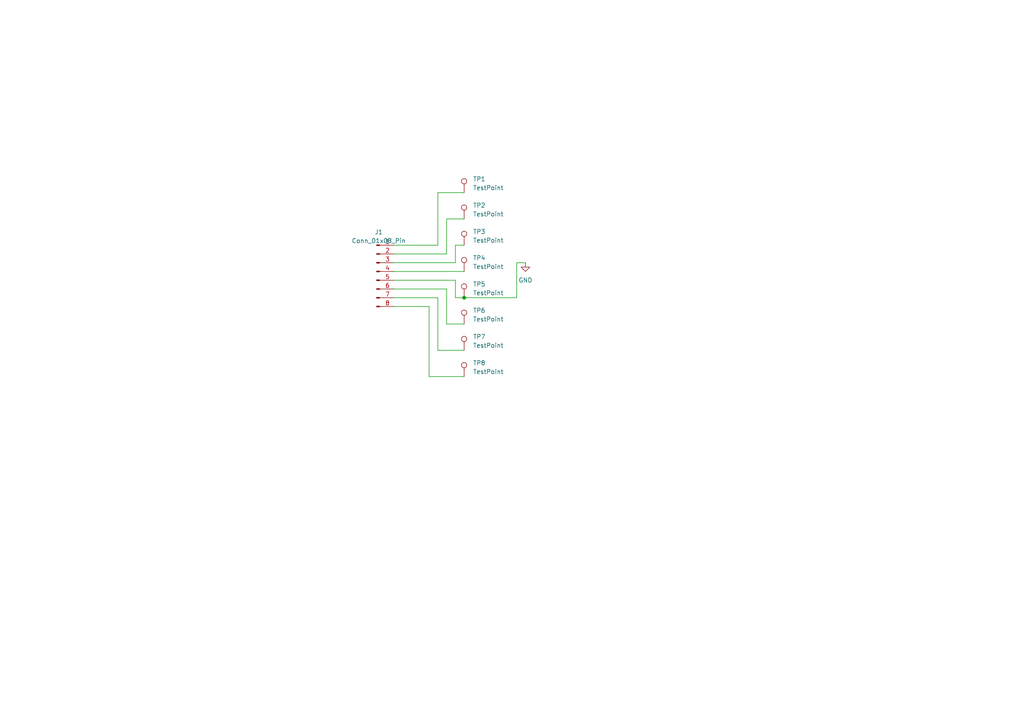
<source format=kicad_sch>
(kicad_sch (version 20230121) (generator eeschema)
  (paper "A4")
  (lib_symbols
    (symbol "Connector:Conn_01x08_Pin" (pin_names (offset 1.016) hide)
      (property "Reference" "J" (at 0 10.16 0))
      (property "Value" "Conn_01x08_Pin" (at 0 -12.7 0))
      (symbol "Conn_01x08_Pin_1_1"
        (polyline (pts (xy 1.27 -10.16) (xy 0.8636 -10.16)) (stroke (width 0.1524)))
        (polyline (pts (xy 1.27 -7.62) (xy 0.8636 -7.62)) (stroke (width 0.1524)))
        (polyline (pts (xy 1.27 -5.08) (xy 0.8636 -5.08)) (stroke (width 0.1524)))
        (polyline (pts (xy 1.27 -2.54) (xy 0.8636 -2.54)) (stroke (width 0.1524)))
        (polyline (pts (xy 1.27 0) (xy 0.8636 0)) (stroke (width 0.1524)))
        (polyline (pts (xy 1.27 2.54) (xy 0.8636 2.54)) (stroke (width 0.1524)))
        (polyline (pts (xy 1.27 5.08) (xy 0.8636 5.08)) (stroke (width 0.1524)))
        (polyline (pts (xy 1.27 7.62) (xy 0.8636 7.62)) (stroke (width 0.1524)))
        (rectangle (start 0.8636 -10.033) (end 0 -10.287) (stroke (width 0.1524)) (fill (type outline)))
        (rectangle (start 0.8636 -7.493) (end 0 -7.747) (stroke (width 0.1524)) (fill (type outline)))
        (rectangle (start 0.8636 -4.953) (end 0 -5.207) (stroke (width 0.1524)) (fill (type outline)))
        (rectangle (start 0.8636 -2.413) (end 0 -2.667) (stroke (width 0.1524)) (fill (type outline)))
        (rectangle (start 0.8636 0.127) (end 0 -0.127) (stroke (width 0.1524)) (fill (type outline)))
        (rectangle (start 0.8636 2.667) (end 0 2.413) (stroke (width 0.1524)) (fill (type outline)))
        (rectangle (start 0.8636 5.207) (end 0 4.953) (stroke (width 0.1524)) (fill (type outline)))
        (rectangle (start 0.8636 7.747) (end 0 7.493) (stroke (width 0.1524)) (fill (type outline)))
        (pin passive line (at 5.08 7.62 180) (length 3.81) (name "Pin_1") (number "1"))
        (pin passive line (at 5.08 5.08 180) (length 3.81) (name "Pin_2") (number "2"))
        (pin passive line (at 5.08 2.54 180) (length 3.81) (name "Pin_3") (number "3"))
        (pin passive line (at 5.08 0 180) (length 3.81) (name "Pin_4") (number "4"))
        (pin passive line (at 5.08 -2.54 180) (length 3.81) (name "Pin_5") (number "5"))
        (pin passive line (at 5.08 -5.08 180) (length 3.81) (name "Pin_6") (number "6"))
        (pin passive line (at 5.08 -7.62 180) (length 3.81) (name "Pin_7") (number "7"))
        (pin passive line (at 5.08 -10.16 180) (length 3.81) (name "Pin_8") (number "8"))
      )
    )
    (symbol "Connector:TestPoint" (pin_numbers hide) (pin_names (offset 0.762) hide)
      (property "Reference" "TP" (at 0 6.858 0))
      (property "Value" "TestPoint" (at 0 5.08 0))
      (symbol "TestPoint_0_1"
        (circle (center 0 3.302) (radius 0.762))
      )
      (symbol "TestPoint_1_1"
        (pin passive line (at 0 0 90) (length 2.54) (name "1") (number "1"))
      )
    )
    (symbol "power:GND" (power) (pin_names (offset 0))
      (property "Value" "GND" (at 0 -3.81 0))
      (symbol "GND_0_1"
        (polyline (pts (xy 0 0) (xy 0 -1.27) (xy 1.27 -1.27) (xy 0 -2.54) (xy -1.27 -1.27) (xy 0 -1.27)))
      )
      (symbol "GND_1_1"
        (pin power_in line (at 0 0 270) (length 0) hide (name "GND") (number "1"))
      )
    )
  )
  (junction (at 134.62 86.36))
  (wire (pts (xy 114.3 81.28) (xy 132.08 81.28)))
  (wire (pts (xy 129.54 93.98) (xy 134.62 93.98)))
  (wire (pts (xy 114.3 71.12) (xy 127 71.12)))
  (wire (pts (xy 132.08 71.12) (xy 134.62 71.12)))
  (wire (pts (xy 129.54 83.82) (xy 129.54 93.98)))
  (wire (pts (xy 114.3 88.9) (xy 124.46 88.9)))
  (wire (pts (xy 149.86 86.36) (xy 149.86 76.2)))
  (wire (pts (xy 114.3 76.2) (xy 132.08 76.2)))
  (wire (pts (xy 132.08 76.2) (xy 132.08 71.12)))
  (wire (pts (xy 114.3 73.66) (xy 129.54 73.66)))
  (wire (pts (xy 127 101.6) (xy 134.62 101.6)))
  (wire (pts (xy 129.54 73.66) (xy 129.54 63.5)))
  (wire (pts (xy 129.54 63.5) (xy 134.62 63.5)))
  (wire (pts (xy 114.3 78.74) (xy 134.62 78.74)))
  (wire (pts (xy 127 55.88) (xy 134.62 55.88)))
  (wire (pts (xy 149.86 76.2) (xy 152.4 76.2)))
  (wire (pts (xy 134.62 86.36) (xy 149.86 86.36)))
  (wire (pts (xy 127 71.12) (xy 127 55.88)))
  (wire (pts (xy 114.3 83.82) (xy 129.54 83.82)))
  (wire (pts (xy 132.08 81.28) (xy 132.08 86.36)))
  (wire (pts (xy 124.46 88.9) (xy 124.46 109.22)))
  (wire (pts (xy 114.3 86.36) (xy 127 86.36)))
  (wire (pts (xy 124.46 109.22) (xy 134.62 109.22)))
  (wire (pts (xy 132.08 86.36) (xy 134.62 86.36)))
  (wire (pts (xy 127 86.36) (xy 127 101.6)))
  (symbol (lib_id "Connector:TestPoint") (at 134.62 63.5 0) (unit 1)
    (property "Reference" "TP2" (at 137.16 59.563 0) (effects (justify left)))
    (property "Value" "TestPoint" (at 137.16 62.103 0) (effects (justify left)))
    (property "Footprint" "TestPoint:TestPoint_Pad_D1.5mm" (effects hide))
  )
  (symbol (lib_id "power:GND") (at 152.4 76.2 0) (unit 1)
    (property "Reference" "#PWR01" (effects hide))
    (property "Value" "GND" (at 152.4 81.28 0))
  )
  (symbol (lib_id "Connector:TestPoint") (at 134.62 55.88 0) (unit 1)
    (property "Reference" "TP1" (at 137.16 51.943 0) (effects (justify left)))
    (property "Value" "TestPoint" (at 137.16 54.483 0) (effects (justify left)))
    (property "Footprint" "TestPoint:TestPoint_Pad_D1.5mm" (effects hide))
  )
  (symbol (lib_id "Connector:TestPoint") (at 134.62 109.22 0) (unit 1)
    (property "Reference" "TP8" (at 137.16 105.283 0) (effects (justify left)))
    (property "Value" "TestPoint" (at 137.16 107.823 0) (effects (justify left)))
    (property "Footprint" "TestPoint:TestPoint_Pad_D1.5mm" (effects hide))
  )
  (symbol (lib_id "Connector:TestPoint") (at 134.62 86.36 0) (unit 1)
    (property "Reference" "TP5" (at 137.16 82.423 0) (effects (justify left)))
    (property "Value" "TestPoint" (at 137.16 84.963 0) (effects (justify left)))
    (property "Footprint" "TestPoint:TestPoint_Pad_D1.5mm" (effects hide))
  )
  (symbol (lib_id "Connector:TestPoint") (at 134.62 101.6 0) (unit 1)
    (property "Reference" "TP7" (at 137.16 97.663 0) (effects (justify left)))
    (property "Value" "TestPoint" (at 137.16 100.203 0) (effects (justify left)))
    (property "Footprint" "TestPoint:TestPoint_Pad_D1.5mm" (effects hide))
  )
  (symbol (lib_id "Connector:TestPoint") (at 134.62 78.74 0) (unit 1)
    (property "Reference" "TP4" (at 137.16 74.803 0) (effects (justify left)))
    (property "Value" "TestPoint" (at 137.16 77.343 0) (effects (justify left)))
    (property "Footprint" "TestPoint:TestPoint_Pad_D1.5mm" (effects hide))
  )
  (symbol (lib_id "Connector:TestPoint") (at 134.62 71.12 0) (unit 1)
    (property "Reference" "TP3" (at 137.16 67.183 0) (effects (justify left)))
    (property "Value" "TestPoint" (at 137.16 69.723 0) (effects (justify left)))
    (property "Footprint" "TestPoint:TestPoint_Pad_D1.5mm" (effects hide))
  )
  (symbol (lib_id "Connector:TestPoint") (at 134.62 93.98 0) (unit 1)
    (property "Reference" "TP6" (at 137.16 90.043 0) (effects (justify left)))
    (property "Value" "TestPoint" (at 137.16 92.583 0) (effects (justify left)))
    (property "Footprint" "TestPoint:TestPoint_Pad_D1.5mm" (effects hide))
  )
  (symbol (lib_id "Connector:Conn_01x08_Pin") (at 109.22 78.74 0) (unit 1)
    (property "Reference" "J1" (at 109.855 67.31 0))
    (property "Value" "Conn_01x08_Pin" (at 109.855 69.85 0))
    (property "Footprint" "Connector_PinHeader_2.54mm:PinHeader_1x08_P2.54mm_Vertical" (effects hide))
  )
)
</source>
